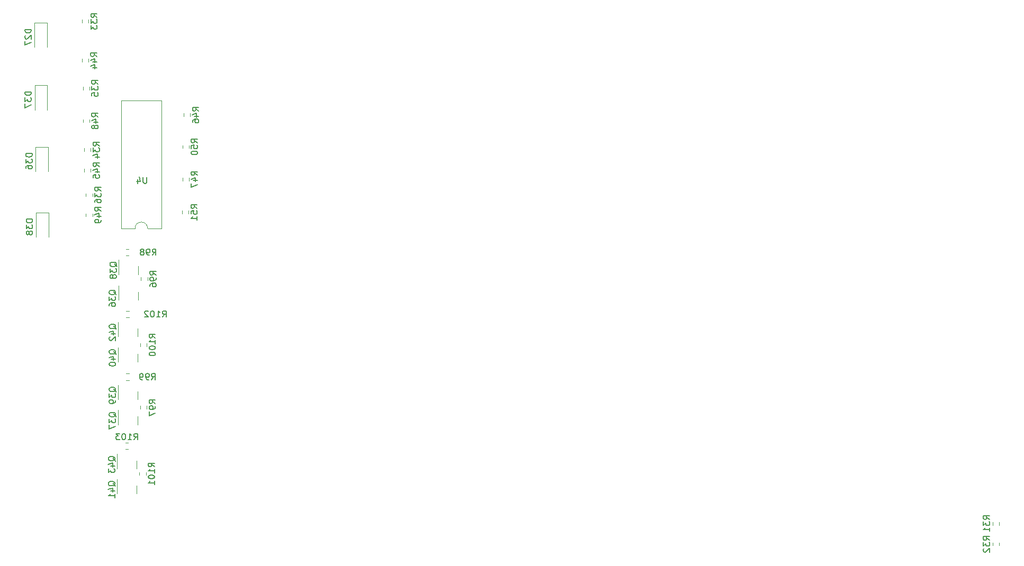
<source format=gbr>
%TF.GenerationSoftware,KiCad,Pcbnew,(6.0.5)*%
%TF.CreationDate,2023-05-15T14:24:38+02:00*%
%TF.ProjectId,stm32_prototyp,73746d33-325f-4707-926f-746f7479702e,rev?*%
%TF.SameCoordinates,Original*%
%TF.FileFunction,Legend,Bot*%
%TF.FilePolarity,Positive*%
%FSLAX46Y46*%
G04 Gerber Fmt 4.6, Leading zero omitted, Abs format (unit mm)*
G04 Created by KiCad (PCBNEW (6.0.5)) date 2023-05-15 14:24:38*
%MOMM*%
%LPD*%
G01*
G04 APERTURE LIST*
%ADD10C,0.150000*%
%ADD11C,0.120000*%
G04 APERTURE END LIST*
D10*
%TO.C,R49*%
X80957380Y-89407142D02*
X80481190Y-89073809D01*
X80957380Y-88835714D02*
X79957380Y-88835714D01*
X79957380Y-89216666D01*
X80005000Y-89311904D01*
X80052619Y-89359523D01*
X80147857Y-89407142D01*
X80290714Y-89407142D01*
X80385952Y-89359523D01*
X80433571Y-89311904D01*
X80481190Y-89216666D01*
X80481190Y-88835714D01*
X80290714Y-90264285D02*
X80957380Y-90264285D01*
X79909761Y-90026190D02*
X80624047Y-89788095D01*
X80624047Y-90407142D01*
X80957380Y-90835714D02*
X80957380Y-91026190D01*
X80909761Y-91121428D01*
X80862142Y-91169047D01*
X80719285Y-91264285D01*
X80528809Y-91311904D01*
X80147857Y-91311904D01*
X80052619Y-91264285D01*
X80005000Y-91216666D01*
X79957380Y-91121428D01*
X79957380Y-90930952D01*
X80005000Y-90835714D01*
X80052619Y-90788095D01*
X80147857Y-90740476D01*
X80385952Y-90740476D01*
X80481190Y-90788095D01*
X80528809Y-90835714D01*
X80576428Y-90930952D01*
X80576428Y-91121428D01*
X80528809Y-91216666D01*
X80481190Y-91264285D01*
X80385952Y-91311904D01*
%TO.C,D36*%
X69927380Y-80185714D02*
X68927380Y-80185714D01*
X68927380Y-80423809D01*
X68975000Y-80566666D01*
X69070238Y-80661904D01*
X69165476Y-80709523D01*
X69355952Y-80757142D01*
X69498809Y-80757142D01*
X69689285Y-80709523D01*
X69784523Y-80661904D01*
X69879761Y-80566666D01*
X69927380Y-80423809D01*
X69927380Y-80185714D01*
X68927380Y-81090476D02*
X68927380Y-81709523D01*
X69308333Y-81376190D01*
X69308333Y-81519047D01*
X69355952Y-81614285D01*
X69403571Y-81661904D01*
X69498809Y-81709523D01*
X69736904Y-81709523D01*
X69832142Y-81661904D01*
X69879761Y-81614285D01*
X69927380Y-81519047D01*
X69927380Y-81233333D01*
X69879761Y-81138095D01*
X69832142Y-81090476D01*
X68927380Y-82566666D02*
X68927380Y-82376190D01*
X68975000Y-82280952D01*
X69022619Y-82233333D01*
X69165476Y-82138095D01*
X69355952Y-82090476D01*
X69736904Y-82090476D01*
X69832142Y-82138095D01*
X69879761Y-82185714D01*
X69927380Y-82280952D01*
X69927380Y-82471428D01*
X69879761Y-82566666D01*
X69832142Y-82614285D01*
X69736904Y-82661904D01*
X69498809Y-82661904D01*
X69403571Y-82614285D01*
X69355952Y-82566666D01*
X69308333Y-82471428D01*
X69308333Y-82280952D01*
X69355952Y-82185714D01*
X69403571Y-82138095D01*
X69498809Y-82090476D01*
%TO.C,Q42*%
X83372619Y-108266071D02*
X83325000Y-108170833D01*
X83229761Y-108075595D01*
X83086904Y-107932738D01*
X83039285Y-107837500D01*
X83039285Y-107742261D01*
X83277380Y-107789880D02*
X83229761Y-107694642D01*
X83134523Y-107599404D01*
X82944047Y-107551785D01*
X82610714Y-107551785D01*
X82420238Y-107599404D01*
X82325000Y-107694642D01*
X82277380Y-107789880D01*
X82277380Y-107980357D01*
X82325000Y-108075595D01*
X82420238Y-108170833D01*
X82610714Y-108218452D01*
X82944047Y-108218452D01*
X83134523Y-108170833D01*
X83229761Y-108075595D01*
X83277380Y-107980357D01*
X83277380Y-107789880D01*
X82610714Y-109075595D02*
X83277380Y-109075595D01*
X82229761Y-108837500D02*
X82944047Y-108599404D01*
X82944047Y-109218452D01*
X82372619Y-109551785D02*
X82325000Y-109599404D01*
X82277380Y-109694642D01*
X82277380Y-109932738D01*
X82325000Y-110027976D01*
X82372619Y-110075595D01*
X82467857Y-110123214D01*
X82563095Y-110123214D01*
X82705952Y-110075595D01*
X83277380Y-109504166D01*
X83277380Y-110123214D01*
%TO.C,R31*%
X223052380Y-138757142D02*
X222576190Y-138423809D01*
X223052380Y-138185714D02*
X222052380Y-138185714D01*
X222052380Y-138566666D01*
X222100000Y-138661904D01*
X222147619Y-138709523D01*
X222242857Y-138757142D01*
X222385714Y-138757142D01*
X222480952Y-138709523D01*
X222528571Y-138661904D01*
X222576190Y-138566666D01*
X222576190Y-138185714D01*
X222052380Y-139090476D02*
X222052380Y-139709523D01*
X222433333Y-139376190D01*
X222433333Y-139519047D01*
X222480952Y-139614285D01*
X222528571Y-139661904D01*
X222623809Y-139709523D01*
X222861904Y-139709523D01*
X222957142Y-139661904D01*
X223004761Y-139614285D01*
X223052380Y-139519047D01*
X223052380Y-139233333D01*
X223004761Y-139138095D01*
X222957142Y-139090476D01*
X223052380Y-140661904D02*
X223052380Y-140090476D01*
X223052380Y-140376190D02*
X222052380Y-140376190D01*
X222195238Y-140280952D01*
X222290476Y-140185714D01*
X222338095Y-140090476D01*
%TO.C,Q43*%
X83237619Y-129416071D02*
X83190000Y-129320833D01*
X83094761Y-129225595D01*
X82951904Y-129082738D01*
X82904285Y-128987500D01*
X82904285Y-128892261D01*
X83142380Y-128939880D02*
X83094761Y-128844642D01*
X82999523Y-128749404D01*
X82809047Y-128701785D01*
X82475714Y-128701785D01*
X82285238Y-128749404D01*
X82190000Y-128844642D01*
X82142380Y-128939880D01*
X82142380Y-129130357D01*
X82190000Y-129225595D01*
X82285238Y-129320833D01*
X82475714Y-129368452D01*
X82809047Y-129368452D01*
X82999523Y-129320833D01*
X83094761Y-129225595D01*
X83142380Y-129130357D01*
X83142380Y-128939880D01*
X82475714Y-130225595D02*
X83142380Y-130225595D01*
X82094761Y-129987500D02*
X82809047Y-129749404D01*
X82809047Y-130368452D01*
X82142380Y-130654166D02*
X82142380Y-131273214D01*
X82523333Y-130939880D01*
X82523333Y-131082738D01*
X82570952Y-131177976D01*
X82618571Y-131225595D01*
X82713809Y-131273214D01*
X82951904Y-131273214D01*
X83047142Y-131225595D01*
X83094761Y-131177976D01*
X83142380Y-131082738D01*
X83142380Y-130797023D01*
X83094761Y-130701785D01*
X83047142Y-130654166D01*
%TO.C,Q41*%
X83237619Y-133413571D02*
X83190000Y-133318333D01*
X83094761Y-133223095D01*
X82951904Y-133080238D01*
X82904285Y-132985000D01*
X82904285Y-132889761D01*
X83142380Y-132937380D02*
X83094761Y-132842142D01*
X82999523Y-132746904D01*
X82809047Y-132699285D01*
X82475714Y-132699285D01*
X82285238Y-132746904D01*
X82190000Y-132842142D01*
X82142380Y-132937380D01*
X82142380Y-133127857D01*
X82190000Y-133223095D01*
X82285238Y-133318333D01*
X82475714Y-133365952D01*
X82809047Y-133365952D01*
X82999523Y-133318333D01*
X83094761Y-133223095D01*
X83142380Y-133127857D01*
X83142380Y-132937380D01*
X82475714Y-134223095D02*
X83142380Y-134223095D01*
X82094761Y-133985000D02*
X82809047Y-133746904D01*
X82809047Y-134365952D01*
X83142380Y-135270714D02*
X83142380Y-134699285D01*
X83142380Y-134985000D02*
X82142380Y-134985000D01*
X82285238Y-134889761D01*
X82380476Y-134794523D01*
X82428095Y-134699285D01*
%TO.C,R34*%
X80682380Y-78957142D02*
X80206190Y-78623809D01*
X80682380Y-78385714D02*
X79682380Y-78385714D01*
X79682380Y-78766666D01*
X79730000Y-78861904D01*
X79777619Y-78909523D01*
X79872857Y-78957142D01*
X80015714Y-78957142D01*
X80110952Y-78909523D01*
X80158571Y-78861904D01*
X80206190Y-78766666D01*
X80206190Y-78385714D01*
X79682380Y-79290476D02*
X79682380Y-79909523D01*
X80063333Y-79576190D01*
X80063333Y-79719047D01*
X80110952Y-79814285D01*
X80158571Y-79861904D01*
X80253809Y-79909523D01*
X80491904Y-79909523D01*
X80587142Y-79861904D01*
X80634761Y-79814285D01*
X80682380Y-79719047D01*
X80682380Y-79433333D01*
X80634761Y-79338095D01*
X80587142Y-79290476D01*
X80015714Y-80766666D02*
X80682380Y-80766666D01*
X79634761Y-80528571D02*
X80349047Y-80290476D01*
X80349047Y-80909523D01*
%TO.C,R103*%
X86209047Y-126022380D02*
X86542380Y-125546190D01*
X86780476Y-126022380D02*
X86780476Y-125022380D01*
X86399523Y-125022380D01*
X86304285Y-125070000D01*
X86256666Y-125117619D01*
X86209047Y-125212857D01*
X86209047Y-125355714D01*
X86256666Y-125450952D01*
X86304285Y-125498571D01*
X86399523Y-125546190D01*
X86780476Y-125546190D01*
X85256666Y-126022380D02*
X85828095Y-126022380D01*
X85542380Y-126022380D02*
X85542380Y-125022380D01*
X85637619Y-125165238D01*
X85732857Y-125260476D01*
X85828095Y-125308095D01*
X84637619Y-125022380D02*
X84542380Y-125022380D01*
X84447142Y-125070000D01*
X84399523Y-125117619D01*
X84351904Y-125212857D01*
X84304285Y-125403333D01*
X84304285Y-125641428D01*
X84351904Y-125831904D01*
X84399523Y-125927142D01*
X84447142Y-125974761D01*
X84542380Y-126022380D01*
X84637619Y-126022380D01*
X84732857Y-125974761D01*
X84780476Y-125927142D01*
X84828095Y-125831904D01*
X84875714Y-125641428D01*
X84875714Y-125403333D01*
X84828095Y-125212857D01*
X84780476Y-125117619D01*
X84732857Y-125070000D01*
X84637619Y-125022380D01*
X83970952Y-125022380D02*
X83351904Y-125022380D01*
X83685238Y-125403333D01*
X83542380Y-125403333D01*
X83447142Y-125450952D01*
X83399523Y-125498571D01*
X83351904Y-125593809D01*
X83351904Y-125831904D01*
X83399523Y-125927142D01*
X83447142Y-125974761D01*
X83542380Y-126022380D01*
X83828095Y-126022380D01*
X83923333Y-125974761D01*
X83970952Y-125927142D01*
%TO.C,R102*%
X90781047Y-106370380D02*
X91114380Y-105894190D01*
X91352476Y-106370380D02*
X91352476Y-105370380D01*
X90971523Y-105370380D01*
X90876285Y-105418000D01*
X90828666Y-105465619D01*
X90781047Y-105560857D01*
X90781047Y-105703714D01*
X90828666Y-105798952D01*
X90876285Y-105846571D01*
X90971523Y-105894190D01*
X91352476Y-105894190D01*
X89828666Y-106370380D02*
X90400095Y-106370380D01*
X90114380Y-106370380D02*
X90114380Y-105370380D01*
X90209619Y-105513238D01*
X90304857Y-105608476D01*
X90400095Y-105656095D01*
X89209619Y-105370380D02*
X89114380Y-105370380D01*
X89019142Y-105418000D01*
X88971523Y-105465619D01*
X88923904Y-105560857D01*
X88876285Y-105751333D01*
X88876285Y-105989428D01*
X88923904Y-106179904D01*
X88971523Y-106275142D01*
X89019142Y-106322761D01*
X89114380Y-106370380D01*
X89209619Y-106370380D01*
X89304857Y-106322761D01*
X89352476Y-106275142D01*
X89400095Y-106179904D01*
X89447714Y-105989428D01*
X89447714Y-105751333D01*
X89400095Y-105560857D01*
X89352476Y-105465619D01*
X89304857Y-105418000D01*
X89209619Y-105370380D01*
X88495333Y-105465619D02*
X88447714Y-105418000D01*
X88352476Y-105370380D01*
X88114380Y-105370380D01*
X88019142Y-105418000D01*
X87971523Y-105465619D01*
X87923904Y-105560857D01*
X87923904Y-105656095D01*
X87971523Y-105798952D01*
X88542952Y-106370380D01*
X87923904Y-106370380D01*
%TO.C,R32*%
X223052380Y-142082142D02*
X222576190Y-141748809D01*
X223052380Y-141510714D02*
X222052380Y-141510714D01*
X222052380Y-141891666D01*
X222100000Y-141986904D01*
X222147619Y-142034523D01*
X222242857Y-142082142D01*
X222385714Y-142082142D01*
X222480952Y-142034523D01*
X222528571Y-141986904D01*
X222576190Y-141891666D01*
X222576190Y-141510714D01*
X222052380Y-142415476D02*
X222052380Y-143034523D01*
X222433333Y-142701190D01*
X222433333Y-142844047D01*
X222480952Y-142939285D01*
X222528571Y-142986904D01*
X222623809Y-143034523D01*
X222861904Y-143034523D01*
X222957142Y-142986904D01*
X223004761Y-142939285D01*
X223052380Y-142844047D01*
X223052380Y-142558333D01*
X223004761Y-142463095D01*
X222957142Y-142415476D01*
X222147619Y-143415476D02*
X222100000Y-143463095D01*
X222052380Y-143558333D01*
X222052380Y-143796428D01*
X222100000Y-143891666D01*
X222147619Y-143939285D01*
X222242857Y-143986904D01*
X222338095Y-143986904D01*
X222480952Y-143939285D01*
X223052380Y-143367857D01*
X223052380Y-143986904D01*
%TO.C,R97*%
X89639380Y-120198142D02*
X89163190Y-119864809D01*
X89639380Y-119626714D02*
X88639380Y-119626714D01*
X88639380Y-120007666D01*
X88687000Y-120102904D01*
X88734619Y-120150523D01*
X88829857Y-120198142D01*
X88972714Y-120198142D01*
X89067952Y-120150523D01*
X89115571Y-120102904D01*
X89163190Y-120007666D01*
X89163190Y-119626714D01*
X89639380Y-120674333D02*
X89639380Y-120864809D01*
X89591761Y-120960047D01*
X89544142Y-121007666D01*
X89401285Y-121102904D01*
X89210809Y-121150523D01*
X88829857Y-121150523D01*
X88734619Y-121102904D01*
X88687000Y-121055285D01*
X88639380Y-120960047D01*
X88639380Y-120769571D01*
X88687000Y-120674333D01*
X88734619Y-120626714D01*
X88829857Y-120579095D01*
X89067952Y-120579095D01*
X89163190Y-120626714D01*
X89210809Y-120674333D01*
X89258428Y-120769571D01*
X89258428Y-120960047D01*
X89210809Y-121055285D01*
X89163190Y-121102904D01*
X89067952Y-121150523D01*
X88639380Y-121483857D02*
X88639380Y-122150523D01*
X89639380Y-121721952D01*
%TO.C,R98*%
X89161857Y-96464380D02*
X89495190Y-95988190D01*
X89733285Y-96464380D02*
X89733285Y-95464380D01*
X89352333Y-95464380D01*
X89257095Y-95512000D01*
X89209476Y-95559619D01*
X89161857Y-95654857D01*
X89161857Y-95797714D01*
X89209476Y-95892952D01*
X89257095Y-95940571D01*
X89352333Y-95988190D01*
X89733285Y-95988190D01*
X88685666Y-96464380D02*
X88495190Y-96464380D01*
X88399952Y-96416761D01*
X88352333Y-96369142D01*
X88257095Y-96226285D01*
X88209476Y-96035809D01*
X88209476Y-95654857D01*
X88257095Y-95559619D01*
X88304714Y-95512000D01*
X88399952Y-95464380D01*
X88590428Y-95464380D01*
X88685666Y-95512000D01*
X88733285Y-95559619D01*
X88780904Y-95654857D01*
X88780904Y-95892952D01*
X88733285Y-95988190D01*
X88685666Y-96035809D01*
X88590428Y-96083428D01*
X88399952Y-96083428D01*
X88304714Y-96035809D01*
X88257095Y-95988190D01*
X88209476Y-95892952D01*
X87638047Y-95892952D02*
X87733285Y-95845333D01*
X87780904Y-95797714D01*
X87828523Y-95702476D01*
X87828523Y-95654857D01*
X87780904Y-95559619D01*
X87733285Y-95512000D01*
X87638047Y-95464380D01*
X87447571Y-95464380D01*
X87352333Y-95512000D01*
X87304714Y-95559619D01*
X87257095Y-95654857D01*
X87257095Y-95702476D01*
X87304714Y-95797714D01*
X87352333Y-95845333D01*
X87447571Y-95892952D01*
X87638047Y-95892952D01*
X87733285Y-95940571D01*
X87780904Y-95988190D01*
X87828523Y-96083428D01*
X87828523Y-96273904D01*
X87780904Y-96369142D01*
X87733285Y-96416761D01*
X87638047Y-96464380D01*
X87447571Y-96464380D01*
X87352333Y-96416761D01*
X87304714Y-96369142D01*
X87257095Y-96273904D01*
X87257095Y-96083428D01*
X87304714Y-95988190D01*
X87352333Y-95940571D01*
X87447571Y-95892952D01*
%TO.C,D38*%
X70002380Y-90710714D02*
X69002380Y-90710714D01*
X69002380Y-90948809D01*
X69050000Y-91091666D01*
X69145238Y-91186904D01*
X69240476Y-91234523D01*
X69430952Y-91282142D01*
X69573809Y-91282142D01*
X69764285Y-91234523D01*
X69859523Y-91186904D01*
X69954761Y-91091666D01*
X70002380Y-90948809D01*
X70002380Y-90710714D01*
X69002380Y-91615476D02*
X69002380Y-92234523D01*
X69383333Y-91901190D01*
X69383333Y-92044047D01*
X69430952Y-92139285D01*
X69478571Y-92186904D01*
X69573809Y-92234523D01*
X69811904Y-92234523D01*
X69907142Y-92186904D01*
X69954761Y-92139285D01*
X70002380Y-92044047D01*
X70002380Y-91758333D01*
X69954761Y-91663095D01*
X69907142Y-91615476D01*
X69430952Y-92805952D02*
X69383333Y-92710714D01*
X69335714Y-92663095D01*
X69240476Y-92615476D01*
X69192857Y-92615476D01*
X69097619Y-92663095D01*
X69050000Y-92710714D01*
X69002380Y-92805952D01*
X69002380Y-92996428D01*
X69050000Y-93091666D01*
X69097619Y-93139285D01*
X69192857Y-93186904D01*
X69240476Y-93186904D01*
X69335714Y-93139285D01*
X69383333Y-93091666D01*
X69430952Y-92996428D01*
X69430952Y-92805952D01*
X69478571Y-92710714D01*
X69526190Y-92663095D01*
X69621428Y-92615476D01*
X69811904Y-92615476D01*
X69907142Y-92663095D01*
X69954761Y-92710714D01*
X70002380Y-92805952D01*
X70002380Y-92996428D01*
X69954761Y-93091666D01*
X69907142Y-93139285D01*
X69811904Y-93186904D01*
X69621428Y-93186904D01*
X69526190Y-93139285D01*
X69478571Y-93091666D01*
X69430952Y-92996428D01*
%TO.C,R100*%
X89639380Y-109688952D02*
X89163190Y-109355619D01*
X89639380Y-109117523D02*
X88639380Y-109117523D01*
X88639380Y-109498476D01*
X88687000Y-109593714D01*
X88734619Y-109641333D01*
X88829857Y-109688952D01*
X88972714Y-109688952D01*
X89067952Y-109641333D01*
X89115571Y-109593714D01*
X89163190Y-109498476D01*
X89163190Y-109117523D01*
X89639380Y-110641333D02*
X89639380Y-110069904D01*
X89639380Y-110355619D02*
X88639380Y-110355619D01*
X88782238Y-110260380D01*
X88877476Y-110165142D01*
X88925095Y-110069904D01*
X88639380Y-111260380D02*
X88639380Y-111355619D01*
X88687000Y-111450857D01*
X88734619Y-111498476D01*
X88829857Y-111546095D01*
X89020333Y-111593714D01*
X89258428Y-111593714D01*
X89448904Y-111546095D01*
X89544142Y-111498476D01*
X89591761Y-111450857D01*
X89639380Y-111355619D01*
X89639380Y-111260380D01*
X89591761Y-111165142D01*
X89544142Y-111117523D01*
X89448904Y-111069904D01*
X89258428Y-111022285D01*
X89020333Y-111022285D01*
X88829857Y-111069904D01*
X88734619Y-111117523D01*
X88687000Y-111165142D01*
X88639380Y-111260380D01*
X88639380Y-112212761D02*
X88639380Y-112308000D01*
X88687000Y-112403238D01*
X88734619Y-112450857D01*
X88829857Y-112498476D01*
X89020333Y-112546095D01*
X89258428Y-112546095D01*
X89448904Y-112498476D01*
X89544142Y-112450857D01*
X89591761Y-112403238D01*
X89639380Y-112308000D01*
X89639380Y-112212761D01*
X89591761Y-112117523D01*
X89544142Y-112069904D01*
X89448904Y-112022285D01*
X89258428Y-111974666D01*
X89020333Y-111974666D01*
X88829857Y-112022285D01*
X88734619Y-112069904D01*
X88687000Y-112117523D01*
X88639380Y-112212761D01*
%TO.C,R46*%
X96582380Y-73382142D02*
X96106190Y-73048809D01*
X96582380Y-72810714D02*
X95582380Y-72810714D01*
X95582380Y-73191666D01*
X95630000Y-73286904D01*
X95677619Y-73334523D01*
X95772857Y-73382142D01*
X95915714Y-73382142D01*
X96010952Y-73334523D01*
X96058571Y-73286904D01*
X96106190Y-73191666D01*
X96106190Y-72810714D01*
X95915714Y-74239285D02*
X96582380Y-74239285D01*
X95534761Y-74001190D02*
X96249047Y-73763095D01*
X96249047Y-74382142D01*
X95582380Y-75191666D02*
X95582380Y-75001190D01*
X95630000Y-74905952D01*
X95677619Y-74858333D01*
X95820476Y-74763095D01*
X96010952Y-74715476D01*
X96391904Y-74715476D01*
X96487142Y-74763095D01*
X96534761Y-74810714D01*
X96582380Y-74905952D01*
X96582380Y-75096428D01*
X96534761Y-75191666D01*
X96487142Y-75239285D01*
X96391904Y-75286904D01*
X96153809Y-75286904D01*
X96058571Y-75239285D01*
X96010952Y-75191666D01*
X95963333Y-75096428D01*
X95963333Y-74905952D01*
X96010952Y-74810714D01*
X96058571Y-74763095D01*
X96153809Y-74715476D01*
%TO.C,R47*%
X96382380Y-83682142D02*
X95906190Y-83348809D01*
X96382380Y-83110714D02*
X95382380Y-83110714D01*
X95382380Y-83491666D01*
X95430000Y-83586904D01*
X95477619Y-83634523D01*
X95572857Y-83682142D01*
X95715714Y-83682142D01*
X95810952Y-83634523D01*
X95858571Y-83586904D01*
X95906190Y-83491666D01*
X95906190Y-83110714D01*
X95715714Y-84539285D02*
X96382380Y-84539285D01*
X95334761Y-84301190D02*
X96049047Y-84063095D01*
X96049047Y-84682142D01*
X95382380Y-84967857D02*
X95382380Y-85634523D01*
X96382380Y-85205952D01*
%TO.C,R50*%
X96382380Y-78482142D02*
X95906190Y-78148809D01*
X96382380Y-77910714D02*
X95382380Y-77910714D01*
X95382380Y-78291666D01*
X95430000Y-78386904D01*
X95477619Y-78434523D01*
X95572857Y-78482142D01*
X95715714Y-78482142D01*
X95810952Y-78434523D01*
X95858571Y-78386904D01*
X95906190Y-78291666D01*
X95906190Y-77910714D01*
X95382380Y-79386904D02*
X95382380Y-78910714D01*
X95858571Y-78863095D01*
X95810952Y-78910714D01*
X95763333Y-79005952D01*
X95763333Y-79244047D01*
X95810952Y-79339285D01*
X95858571Y-79386904D01*
X95953809Y-79434523D01*
X96191904Y-79434523D01*
X96287142Y-79386904D01*
X96334761Y-79339285D01*
X96382380Y-79244047D01*
X96382380Y-79005952D01*
X96334761Y-78910714D01*
X96287142Y-78863095D01*
X95382380Y-80053571D02*
X95382380Y-80148809D01*
X95430000Y-80244047D01*
X95477619Y-80291666D01*
X95572857Y-80339285D01*
X95763333Y-80386904D01*
X96001428Y-80386904D01*
X96191904Y-80339285D01*
X96287142Y-80291666D01*
X96334761Y-80244047D01*
X96382380Y-80148809D01*
X96382380Y-80053571D01*
X96334761Y-79958333D01*
X96287142Y-79910714D01*
X96191904Y-79863095D01*
X96001428Y-79815476D01*
X95763333Y-79815476D01*
X95572857Y-79863095D01*
X95477619Y-79910714D01*
X95430000Y-79958333D01*
X95382380Y-80053571D01*
%TO.C,R96*%
X89766380Y-99624142D02*
X89290190Y-99290809D01*
X89766380Y-99052714D02*
X88766380Y-99052714D01*
X88766380Y-99433666D01*
X88814000Y-99528904D01*
X88861619Y-99576523D01*
X88956857Y-99624142D01*
X89099714Y-99624142D01*
X89194952Y-99576523D01*
X89242571Y-99528904D01*
X89290190Y-99433666D01*
X89290190Y-99052714D01*
X89766380Y-100100333D02*
X89766380Y-100290809D01*
X89718761Y-100386047D01*
X89671142Y-100433666D01*
X89528285Y-100528904D01*
X89337809Y-100576523D01*
X88956857Y-100576523D01*
X88861619Y-100528904D01*
X88814000Y-100481285D01*
X88766380Y-100386047D01*
X88766380Y-100195571D01*
X88814000Y-100100333D01*
X88861619Y-100052714D01*
X88956857Y-100005095D01*
X89194952Y-100005095D01*
X89290190Y-100052714D01*
X89337809Y-100100333D01*
X89385428Y-100195571D01*
X89385428Y-100386047D01*
X89337809Y-100481285D01*
X89290190Y-100528904D01*
X89194952Y-100576523D01*
X88766380Y-101433666D02*
X88766380Y-101243190D01*
X88814000Y-101147952D01*
X88861619Y-101100333D01*
X89004476Y-101005095D01*
X89194952Y-100957476D01*
X89575904Y-100957476D01*
X89671142Y-101005095D01*
X89718761Y-101052714D01*
X89766380Y-101147952D01*
X89766380Y-101338428D01*
X89718761Y-101433666D01*
X89671142Y-101481285D01*
X89575904Y-101528904D01*
X89337809Y-101528904D01*
X89242571Y-101481285D01*
X89194952Y-101433666D01*
X89147333Y-101338428D01*
X89147333Y-101147952D01*
X89194952Y-101052714D01*
X89242571Y-101005095D01*
X89337809Y-100957476D01*
%TO.C,R35*%
X80482380Y-69107142D02*
X80006190Y-68773809D01*
X80482380Y-68535714D02*
X79482380Y-68535714D01*
X79482380Y-68916666D01*
X79530000Y-69011904D01*
X79577619Y-69059523D01*
X79672857Y-69107142D01*
X79815714Y-69107142D01*
X79910952Y-69059523D01*
X79958571Y-69011904D01*
X80006190Y-68916666D01*
X80006190Y-68535714D01*
X79482380Y-69440476D02*
X79482380Y-70059523D01*
X79863333Y-69726190D01*
X79863333Y-69869047D01*
X79910952Y-69964285D01*
X79958571Y-70011904D01*
X80053809Y-70059523D01*
X80291904Y-70059523D01*
X80387142Y-70011904D01*
X80434761Y-69964285D01*
X80482380Y-69869047D01*
X80482380Y-69583333D01*
X80434761Y-69488095D01*
X80387142Y-69440476D01*
X79482380Y-70964285D02*
X79482380Y-70488095D01*
X79958571Y-70440476D01*
X79910952Y-70488095D01*
X79863333Y-70583333D01*
X79863333Y-70821428D01*
X79910952Y-70916666D01*
X79958571Y-70964285D01*
X80053809Y-71011904D01*
X80291904Y-71011904D01*
X80387142Y-70964285D01*
X80434761Y-70916666D01*
X80482380Y-70821428D01*
X80482380Y-70583333D01*
X80434761Y-70488095D01*
X80387142Y-70440476D01*
%TO.C,Q38*%
X83491619Y-98313071D02*
X83444000Y-98217833D01*
X83348761Y-98122595D01*
X83205904Y-97979738D01*
X83158285Y-97884500D01*
X83158285Y-97789261D01*
X83396380Y-97836880D02*
X83348761Y-97741642D01*
X83253523Y-97646404D01*
X83063047Y-97598785D01*
X82729714Y-97598785D01*
X82539238Y-97646404D01*
X82444000Y-97741642D01*
X82396380Y-97836880D01*
X82396380Y-98027357D01*
X82444000Y-98122595D01*
X82539238Y-98217833D01*
X82729714Y-98265452D01*
X83063047Y-98265452D01*
X83253523Y-98217833D01*
X83348761Y-98122595D01*
X83396380Y-98027357D01*
X83396380Y-97836880D01*
X82396380Y-98598785D02*
X82396380Y-99217833D01*
X82777333Y-98884500D01*
X82777333Y-99027357D01*
X82824952Y-99122595D01*
X82872571Y-99170214D01*
X82967809Y-99217833D01*
X83205904Y-99217833D01*
X83301142Y-99170214D01*
X83348761Y-99122595D01*
X83396380Y-99027357D01*
X83396380Y-98741642D01*
X83348761Y-98646404D01*
X83301142Y-98598785D01*
X82824952Y-99789261D02*
X82777333Y-99694023D01*
X82729714Y-99646404D01*
X82634476Y-99598785D01*
X82586857Y-99598785D01*
X82491619Y-99646404D01*
X82444000Y-99694023D01*
X82396380Y-99789261D01*
X82396380Y-99979738D01*
X82444000Y-100074976D01*
X82491619Y-100122595D01*
X82586857Y-100170214D01*
X82634476Y-100170214D01*
X82729714Y-100122595D01*
X82777333Y-100074976D01*
X82824952Y-99979738D01*
X82824952Y-99789261D01*
X82872571Y-99694023D01*
X82920190Y-99646404D01*
X83015428Y-99598785D01*
X83205904Y-99598785D01*
X83301142Y-99646404D01*
X83348761Y-99694023D01*
X83396380Y-99789261D01*
X83396380Y-99979738D01*
X83348761Y-100074976D01*
X83301142Y-100122595D01*
X83205904Y-100170214D01*
X83015428Y-100170214D01*
X82920190Y-100122595D01*
X82872571Y-100074976D01*
X82824952Y-99979738D01*
%TO.C,Q40*%
X83364619Y-112331571D02*
X83317000Y-112236333D01*
X83221761Y-112141095D01*
X83078904Y-111998238D01*
X83031285Y-111903000D01*
X83031285Y-111807761D01*
X83269380Y-111855380D02*
X83221761Y-111760142D01*
X83126523Y-111664904D01*
X82936047Y-111617285D01*
X82602714Y-111617285D01*
X82412238Y-111664904D01*
X82317000Y-111760142D01*
X82269380Y-111855380D01*
X82269380Y-112045857D01*
X82317000Y-112141095D01*
X82412238Y-112236333D01*
X82602714Y-112283952D01*
X82936047Y-112283952D01*
X83126523Y-112236333D01*
X83221761Y-112141095D01*
X83269380Y-112045857D01*
X83269380Y-111855380D01*
X82602714Y-113141095D02*
X83269380Y-113141095D01*
X82221761Y-112903000D02*
X82936047Y-112664904D01*
X82936047Y-113283952D01*
X82269380Y-113855380D02*
X82269380Y-113950619D01*
X82317000Y-114045857D01*
X82364619Y-114093476D01*
X82459857Y-114141095D01*
X82650333Y-114188714D01*
X82888428Y-114188714D01*
X83078904Y-114141095D01*
X83174142Y-114093476D01*
X83221761Y-114045857D01*
X83269380Y-113950619D01*
X83269380Y-113855380D01*
X83221761Y-113760142D01*
X83174142Y-113712523D01*
X83078904Y-113664904D01*
X82888428Y-113617285D01*
X82650333Y-113617285D01*
X82459857Y-113664904D01*
X82364619Y-113712523D01*
X82317000Y-113760142D01*
X82269380Y-113855380D01*
%TO.C,R51*%
X96327380Y-88957142D02*
X95851190Y-88623809D01*
X96327380Y-88385714D02*
X95327380Y-88385714D01*
X95327380Y-88766666D01*
X95375000Y-88861904D01*
X95422619Y-88909523D01*
X95517857Y-88957142D01*
X95660714Y-88957142D01*
X95755952Y-88909523D01*
X95803571Y-88861904D01*
X95851190Y-88766666D01*
X95851190Y-88385714D01*
X95327380Y-89861904D02*
X95327380Y-89385714D01*
X95803571Y-89338095D01*
X95755952Y-89385714D01*
X95708333Y-89480952D01*
X95708333Y-89719047D01*
X95755952Y-89814285D01*
X95803571Y-89861904D01*
X95898809Y-89909523D01*
X96136904Y-89909523D01*
X96232142Y-89861904D01*
X96279761Y-89814285D01*
X96327380Y-89719047D01*
X96327380Y-89480952D01*
X96279761Y-89385714D01*
X96232142Y-89338095D01*
X96327380Y-90861904D02*
X96327380Y-90290476D01*
X96327380Y-90576190D02*
X95327380Y-90576190D01*
X95470238Y-90480952D01*
X95565476Y-90385714D01*
X95613095Y-90290476D01*
%TO.C,Q36*%
X83351619Y-102806571D02*
X83304000Y-102711333D01*
X83208761Y-102616095D01*
X83065904Y-102473238D01*
X83018285Y-102378000D01*
X83018285Y-102282761D01*
X83256380Y-102330380D02*
X83208761Y-102235142D01*
X83113523Y-102139904D01*
X82923047Y-102092285D01*
X82589714Y-102092285D01*
X82399238Y-102139904D01*
X82304000Y-102235142D01*
X82256380Y-102330380D01*
X82256380Y-102520857D01*
X82304000Y-102616095D01*
X82399238Y-102711333D01*
X82589714Y-102758952D01*
X82923047Y-102758952D01*
X83113523Y-102711333D01*
X83208761Y-102616095D01*
X83256380Y-102520857D01*
X83256380Y-102330380D01*
X82256380Y-103092285D02*
X82256380Y-103711333D01*
X82637333Y-103378000D01*
X82637333Y-103520857D01*
X82684952Y-103616095D01*
X82732571Y-103663714D01*
X82827809Y-103711333D01*
X83065904Y-103711333D01*
X83161142Y-103663714D01*
X83208761Y-103616095D01*
X83256380Y-103520857D01*
X83256380Y-103235142D01*
X83208761Y-103139904D01*
X83161142Y-103092285D01*
X82256380Y-104568476D02*
X82256380Y-104378000D01*
X82304000Y-104282761D01*
X82351619Y-104235142D01*
X82494476Y-104139904D01*
X82684952Y-104092285D01*
X83065904Y-104092285D01*
X83161142Y-104139904D01*
X83208761Y-104187523D01*
X83256380Y-104282761D01*
X83256380Y-104473238D01*
X83208761Y-104568476D01*
X83161142Y-104616095D01*
X83065904Y-104663714D01*
X82827809Y-104663714D01*
X82732571Y-104616095D01*
X82684952Y-104568476D01*
X82637333Y-104473238D01*
X82637333Y-104282761D01*
X82684952Y-104187523D01*
X82732571Y-104139904D01*
X82827809Y-104092285D01*
%TO.C,R44*%
X80307380Y-64657142D02*
X79831190Y-64323809D01*
X80307380Y-64085714D02*
X79307380Y-64085714D01*
X79307380Y-64466666D01*
X79355000Y-64561904D01*
X79402619Y-64609523D01*
X79497857Y-64657142D01*
X79640714Y-64657142D01*
X79735952Y-64609523D01*
X79783571Y-64561904D01*
X79831190Y-64466666D01*
X79831190Y-64085714D01*
X79640714Y-65514285D02*
X80307380Y-65514285D01*
X79259761Y-65276190D02*
X79974047Y-65038095D01*
X79974047Y-65657142D01*
X79640714Y-66466666D02*
X80307380Y-66466666D01*
X79259761Y-66228571D02*
X79974047Y-65990476D01*
X79974047Y-66609523D01*
%TO.C,R33*%
X80332380Y-58382142D02*
X79856190Y-58048809D01*
X80332380Y-57810714D02*
X79332380Y-57810714D01*
X79332380Y-58191666D01*
X79380000Y-58286904D01*
X79427619Y-58334523D01*
X79522857Y-58382142D01*
X79665714Y-58382142D01*
X79760952Y-58334523D01*
X79808571Y-58286904D01*
X79856190Y-58191666D01*
X79856190Y-57810714D01*
X79332380Y-58715476D02*
X79332380Y-59334523D01*
X79713333Y-59001190D01*
X79713333Y-59144047D01*
X79760952Y-59239285D01*
X79808571Y-59286904D01*
X79903809Y-59334523D01*
X80141904Y-59334523D01*
X80237142Y-59286904D01*
X80284761Y-59239285D01*
X80332380Y-59144047D01*
X80332380Y-58858333D01*
X80284761Y-58763095D01*
X80237142Y-58715476D01*
X79332380Y-59667857D02*
X79332380Y-60286904D01*
X79713333Y-59953571D01*
X79713333Y-60096428D01*
X79760952Y-60191666D01*
X79808571Y-60239285D01*
X79903809Y-60286904D01*
X80141904Y-60286904D01*
X80237142Y-60239285D01*
X80284761Y-60191666D01*
X80332380Y-60096428D01*
X80332380Y-59810714D01*
X80284761Y-59715476D01*
X80237142Y-59667857D01*
%TO.C,D27*%
X69777380Y-60335714D02*
X68777380Y-60335714D01*
X68777380Y-60573809D01*
X68825000Y-60716666D01*
X68920238Y-60811904D01*
X69015476Y-60859523D01*
X69205952Y-60907142D01*
X69348809Y-60907142D01*
X69539285Y-60859523D01*
X69634523Y-60811904D01*
X69729761Y-60716666D01*
X69777380Y-60573809D01*
X69777380Y-60335714D01*
X68872619Y-61288095D02*
X68825000Y-61335714D01*
X68777380Y-61430952D01*
X68777380Y-61669047D01*
X68825000Y-61764285D01*
X68872619Y-61811904D01*
X68967857Y-61859523D01*
X69063095Y-61859523D01*
X69205952Y-61811904D01*
X69777380Y-61240476D01*
X69777380Y-61859523D01*
X68777380Y-62192857D02*
X68777380Y-62859523D01*
X69777380Y-62430952D01*
%TO.C,Q39*%
X83364619Y-118341071D02*
X83317000Y-118245833D01*
X83221761Y-118150595D01*
X83078904Y-118007738D01*
X83031285Y-117912500D01*
X83031285Y-117817261D01*
X83269380Y-117864880D02*
X83221761Y-117769642D01*
X83126523Y-117674404D01*
X82936047Y-117626785D01*
X82602714Y-117626785D01*
X82412238Y-117674404D01*
X82317000Y-117769642D01*
X82269380Y-117864880D01*
X82269380Y-118055357D01*
X82317000Y-118150595D01*
X82412238Y-118245833D01*
X82602714Y-118293452D01*
X82936047Y-118293452D01*
X83126523Y-118245833D01*
X83221761Y-118150595D01*
X83269380Y-118055357D01*
X83269380Y-117864880D01*
X82269380Y-118626785D02*
X82269380Y-119245833D01*
X82650333Y-118912500D01*
X82650333Y-119055357D01*
X82697952Y-119150595D01*
X82745571Y-119198214D01*
X82840809Y-119245833D01*
X83078904Y-119245833D01*
X83174142Y-119198214D01*
X83221761Y-119150595D01*
X83269380Y-119055357D01*
X83269380Y-118769642D01*
X83221761Y-118674404D01*
X83174142Y-118626785D01*
X83269380Y-119722023D02*
X83269380Y-119912500D01*
X83221761Y-120007738D01*
X83174142Y-120055357D01*
X83031285Y-120150595D01*
X82840809Y-120198214D01*
X82459857Y-120198214D01*
X82364619Y-120150595D01*
X82317000Y-120102976D01*
X82269380Y-120007738D01*
X82269380Y-119817261D01*
X82317000Y-119722023D01*
X82364619Y-119674404D01*
X82459857Y-119626785D01*
X82697952Y-119626785D01*
X82793190Y-119674404D01*
X82840809Y-119722023D01*
X82888428Y-119817261D01*
X82888428Y-120007738D01*
X82840809Y-120102976D01*
X82793190Y-120150595D01*
X82697952Y-120198214D01*
%TO.C,R101*%
X89512380Y-130325952D02*
X89036190Y-129992619D01*
X89512380Y-129754523D02*
X88512380Y-129754523D01*
X88512380Y-130135476D01*
X88560000Y-130230714D01*
X88607619Y-130278333D01*
X88702857Y-130325952D01*
X88845714Y-130325952D01*
X88940952Y-130278333D01*
X88988571Y-130230714D01*
X89036190Y-130135476D01*
X89036190Y-129754523D01*
X89512380Y-131278333D02*
X89512380Y-130706904D01*
X89512380Y-130992619D02*
X88512380Y-130992619D01*
X88655238Y-130897380D01*
X88750476Y-130802142D01*
X88798095Y-130706904D01*
X88512380Y-131897380D02*
X88512380Y-131992619D01*
X88560000Y-132087857D01*
X88607619Y-132135476D01*
X88702857Y-132183095D01*
X88893333Y-132230714D01*
X89131428Y-132230714D01*
X89321904Y-132183095D01*
X89417142Y-132135476D01*
X89464761Y-132087857D01*
X89512380Y-131992619D01*
X89512380Y-131897380D01*
X89464761Y-131802142D01*
X89417142Y-131754523D01*
X89321904Y-131706904D01*
X89131428Y-131659285D01*
X88893333Y-131659285D01*
X88702857Y-131706904D01*
X88607619Y-131754523D01*
X88560000Y-131802142D01*
X88512380Y-131897380D01*
X89512380Y-133183095D02*
X89512380Y-132611666D01*
X89512380Y-132897380D02*
X88512380Y-132897380D01*
X88655238Y-132802142D01*
X88750476Y-132706904D01*
X88798095Y-132611666D01*
%TO.C,Q37*%
X83364619Y-122364571D02*
X83317000Y-122269333D01*
X83221761Y-122174095D01*
X83078904Y-122031238D01*
X83031285Y-121936000D01*
X83031285Y-121840761D01*
X83269380Y-121888380D02*
X83221761Y-121793142D01*
X83126523Y-121697904D01*
X82936047Y-121650285D01*
X82602714Y-121650285D01*
X82412238Y-121697904D01*
X82317000Y-121793142D01*
X82269380Y-121888380D01*
X82269380Y-122078857D01*
X82317000Y-122174095D01*
X82412238Y-122269333D01*
X82602714Y-122316952D01*
X82936047Y-122316952D01*
X83126523Y-122269333D01*
X83221761Y-122174095D01*
X83269380Y-122078857D01*
X83269380Y-121888380D01*
X82269380Y-122650285D02*
X82269380Y-123269333D01*
X82650333Y-122936000D01*
X82650333Y-123078857D01*
X82697952Y-123174095D01*
X82745571Y-123221714D01*
X82840809Y-123269333D01*
X83078904Y-123269333D01*
X83174142Y-123221714D01*
X83221761Y-123174095D01*
X83269380Y-123078857D01*
X83269380Y-122793142D01*
X83221761Y-122697904D01*
X83174142Y-122650285D01*
X82269380Y-123602666D02*
X82269380Y-124269333D01*
X83269380Y-123840761D01*
%TO.C,D37*%
X69802380Y-70335714D02*
X68802380Y-70335714D01*
X68802380Y-70573809D01*
X68850000Y-70716666D01*
X68945238Y-70811904D01*
X69040476Y-70859523D01*
X69230952Y-70907142D01*
X69373809Y-70907142D01*
X69564285Y-70859523D01*
X69659523Y-70811904D01*
X69754761Y-70716666D01*
X69802380Y-70573809D01*
X69802380Y-70335714D01*
X68802380Y-71240476D02*
X68802380Y-71859523D01*
X69183333Y-71526190D01*
X69183333Y-71669047D01*
X69230952Y-71764285D01*
X69278571Y-71811904D01*
X69373809Y-71859523D01*
X69611904Y-71859523D01*
X69707142Y-71811904D01*
X69754761Y-71764285D01*
X69802380Y-71669047D01*
X69802380Y-71383333D01*
X69754761Y-71288095D01*
X69707142Y-71240476D01*
X68802380Y-72192857D02*
X68802380Y-72859523D01*
X69802380Y-72430952D01*
%TO.C,R48*%
X80482380Y-74332142D02*
X80006190Y-73998809D01*
X80482380Y-73760714D02*
X79482380Y-73760714D01*
X79482380Y-74141666D01*
X79530000Y-74236904D01*
X79577619Y-74284523D01*
X79672857Y-74332142D01*
X79815714Y-74332142D01*
X79910952Y-74284523D01*
X79958571Y-74236904D01*
X80006190Y-74141666D01*
X80006190Y-73760714D01*
X79815714Y-75189285D02*
X80482380Y-75189285D01*
X79434761Y-74951190D02*
X80149047Y-74713095D01*
X80149047Y-75332142D01*
X79910952Y-75855952D02*
X79863333Y-75760714D01*
X79815714Y-75713095D01*
X79720476Y-75665476D01*
X79672857Y-75665476D01*
X79577619Y-75713095D01*
X79530000Y-75760714D01*
X79482380Y-75855952D01*
X79482380Y-76046428D01*
X79530000Y-76141666D01*
X79577619Y-76189285D01*
X79672857Y-76236904D01*
X79720476Y-76236904D01*
X79815714Y-76189285D01*
X79863333Y-76141666D01*
X79910952Y-76046428D01*
X79910952Y-75855952D01*
X79958571Y-75760714D01*
X80006190Y-75713095D01*
X80101428Y-75665476D01*
X80291904Y-75665476D01*
X80387142Y-75713095D01*
X80434761Y-75760714D01*
X80482380Y-75855952D01*
X80482380Y-76046428D01*
X80434761Y-76141666D01*
X80387142Y-76189285D01*
X80291904Y-76236904D01*
X80101428Y-76236904D01*
X80006190Y-76189285D01*
X79958571Y-76141666D01*
X79910952Y-76046428D01*
%TO.C,R99*%
X89034857Y-116403380D02*
X89368190Y-115927190D01*
X89606285Y-116403380D02*
X89606285Y-115403380D01*
X89225333Y-115403380D01*
X89130095Y-115451000D01*
X89082476Y-115498619D01*
X89034857Y-115593857D01*
X89034857Y-115736714D01*
X89082476Y-115831952D01*
X89130095Y-115879571D01*
X89225333Y-115927190D01*
X89606285Y-115927190D01*
X88558666Y-116403380D02*
X88368190Y-116403380D01*
X88272952Y-116355761D01*
X88225333Y-116308142D01*
X88130095Y-116165285D01*
X88082476Y-115974809D01*
X88082476Y-115593857D01*
X88130095Y-115498619D01*
X88177714Y-115451000D01*
X88272952Y-115403380D01*
X88463428Y-115403380D01*
X88558666Y-115451000D01*
X88606285Y-115498619D01*
X88653904Y-115593857D01*
X88653904Y-115831952D01*
X88606285Y-115927190D01*
X88558666Y-115974809D01*
X88463428Y-116022428D01*
X88272952Y-116022428D01*
X88177714Y-115974809D01*
X88130095Y-115927190D01*
X88082476Y-115831952D01*
X87606285Y-116403380D02*
X87415809Y-116403380D01*
X87320571Y-116355761D01*
X87272952Y-116308142D01*
X87177714Y-116165285D01*
X87130095Y-115974809D01*
X87130095Y-115593857D01*
X87177714Y-115498619D01*
X87225333Y-115451000D01*
X87320571Y-115403380D01*
X87511047Y-115403380D01*
X87606285Y-115451000D01*
X87653904Y-115498619D01*
X87701523Y-115593857D01*
X87701523Y-115831952D01*
X87653904Y-115927190D01*
X87606285Y-115974809D01*
X87511047Y-116022428D01*
X87320571Y-116022428D01*
X87225333Y-115974809D01*
X87177714Y-115927190D01*
X87130095Y-115831952D01*
%TO.C,U4*%
X88273704Y-83967780D02*
X88273704Y-84777304D01*
X88226085Y-84872542D01*
X88178466Y-84920161D01*
X88083228Y-84967780D01*
X87892752Y-84967780D01*
X87797514Y-84920161D01*
X87749895Y-84872542D01*
X87702276Y-84777304D01*
X87702276Y-83967780D01*
X86797514Y-84301114D02*
X86797514Y-84967780D01*
X87035609Y-83920161D02*
X87273704Y-84634447D01*
X86654657Y-84634447D01*
%TO.C,R45*%
X80682380Y-82257142D02*
X80206190Y-81923809D01*
X80682380Y-81685714D02*
X79682380Y-81685714D01*
X79682380Y-82066666D01*
X79730000Y-82161904D01*
X79777619Y-82209523D01*
X79872857Y-82257142D01*
X80015714Y-82257142D01*
X80110952Y-82209523D01*
X80158571Y-82161904D01*
X80206190Y-82066666D01*
X80206190Y-81685714D01*
X80015714Y-83114285D02*
X80682380Y-83114285D01*
X79634761Y-82876190D02*
X80349047Y-82638095D01*
X80349047Y-83257142D01*
X79682380Y-84114285D02*
X79682380Y-83638095D01*
X80158571Y-83590476D01*
X80110952Y-83638095D01*
X80063333Y-83733333D01*
X80063333Y-83971428D01*
X80110952Y-84066666D01*
X80158571Y-84114285D01*
X80253809Y-84161904D01*
X80491904Y-84161904D01*
X80587142Y-84114285D01*
X80634761Y-84066666D01*
X80682380Y-83971428D01*
X80682380Y-83733333D01*
X80634761Y-83638095D01*
X80587142Y-83590476D01*
%TO.C,R36*%
X80957380Y-86182142D02*
X80481190Y-85848809D01*
X80957380Y-85610714D02*
X79957380Y-85610714D01*
X79957380Y-85991666D01*
X80005000Y-86086904D01*
X80052619Y-86134523D01*
X80147857Y-86182142D01*
X80290714Y-86182142D01*
X80385952Y-86134523D01*
X80433571Y-86086904D01*
X80481190Y-85991666D01*
X80481190Y-85610714D01*
X79957380Y-86515476D02*
X79957380Y-87134523D01*
X80338333Y-86801190D01*
X80338333Y-86944047D01*
X80385952Y-87039285D01*
X80433571Y-87086904D01*
X80528809Y-87134523D01*
X80766904Y-87134523D01*
X80862142Y-87086904D01*
X80909761Y-87039285D01*
X80957380Y-86944047D01*
X80957380Y-86658333D01*
X80909761Y-86563095D01*
X80862142Y-86515476D01*
X79957380Y-87991666D02*
X79957380Y-87801190D01*
X80005000Y-87705952D01*
X80052619Y-87658333D01*
X80195476Y-87563095D01*
X80385952Y-87515476D01*
X80766904Y-87515476D01*
X80862142Y-87563095D01*
X80909761Y-87610714D01*
X80957380Y-87705952D01*
X80957380Y-87896428D01*
X80909761Y-87991666D01*
X80862142Y-88039285D01*
X80766904Y-88086904D01*
X80528809Y-88086904D01*
X80433571Y-88039285D01*
X80385952Y-87991666D01*
X80338333Y-87896428D01*
X80338333Y-87705952D01*
X80385952Y-87610714D01*
X80433571Y-87563095D01*
X80528809Y-87515476D01*
D11*
%TO.C,R49*%
X78552500Y-90287258D02*
X78552500Y-89812742D01*
X79597500Y-90287258D02*
X79597500Y-89812742D01*
%TO.C,D36*%
X70475000Y-79150000D02*
X72475000Y-79150000D01*
X70475000Y-79150000D02*
X70475000Y-83050000D01*
X72475000Y-79150000D02*
X72475000Y-83050000D01*
%TO.C,Q42*%
X86785000Y-108837500D02*
X86785000Y-109487500D01*
X83665000Y-108837500D02*
X83665000Y-107162500D01*
X86785000Y-108837500D02*
X86785000Y-108187500D01*
X83665000Y-108837500D02*
X83665000Y-109487500D01*
%TO.C,R31*%
X224601300Y-139696458D02*
X224601300Y-139221942D01*
X223556300Y-139696458D02*
X223556300Y-139221942D01*
%TO.C,Q43*%
X83530000Y-129987500D02*
X83530000Y-128312500D01*
X83530000Y-129987500D02*
X83530000Y-130637500D01*
X86650000Y-129987500D02*
X86650000Y-130637500D01*
X86650000Y-129987500D02*
X86650000Y-129337500D01*
%TO.C,Q41*%
X86650000Y-133985000D02*
X86650000Y-133335000D01*
X83530000Y-133985000D02*
X83530000Y-134635000D01*
X86650000Y-133985000D02*
X86650000Y-134635000D01*
X83530000Y-133985000D02*
X83530000Y-132310000D01*
%TO.C,R34*%
X78277500Y-79837258D02*
X78277500Y-79362742D01*
X79322500Y-79837258D02*
X79322500Y-79362742D01*
%TO.C,R103*%
X85327258Y-127522500D02*
X84852742Y-127522500D01*
X85327258Y-126477500D02*
X84852742Y-126477500D01*
%TO.C,R102*%
X85454258Y-106440500D02*
X84979742Y-106440500D01*
X85454258Y-105395500D02*
X84979742Y-105395500D01*
%TO.C,R32*%
X224601300Y-142472142D02*
X224601300Y-142946658D01*
X223556300Y-142472142D02*
X223556300Y-142946658D01*
%TO.C,R97*%
X87234500Y-121078258D02*
X87234500Y-120603742D01*
X88279500Y-121078258D02*
X88279500Y-120603742D01*
%TO.C,R98*%
X85391258Y-95489500D02*
X84916742Y-95489500D01*
X85391258Y-96534500D02*
X84916742Y-96534500D01*
%TO.C,D38*%
X70550000Y-89675000D02*
X72550000Y-89675000D01*
X72550000Y-89675000D02*
X72550000Y-93575000D01*
X70550000Y-89675000D02*
X70550000Y-93575000D01*
%TO.C,R100*%
X87234500Y-111045258D02*
X87234500Y-110570742D01*
X88279500Y-111045258D02*
X88279500Y-110570742D01*
%TO.C,R46*%
X94177500Y-74262258D02*
X94177500Y-73787742D01*
X95222500Y-74262258D02*
X95222500Y-73787742D01*
%TO.C,R47*%
X95022500Y-84562258D02*
X95022500Y-84087742D01*
X93977500Y-84562258D02*
X93977500Y-84087742D01*
%TO.C,R50*%
X95022500Y-79362258D02*
X95022500Y-78887742D01*
X93977500Y-79362258D02*
X93977500Y-78887742D01*
%TO.C,R96*%
X87361500Y-100504258D02*
X87361500Y-100029742D01*
X88406500Y-100504258D02*
X88406500Y-100029742D01*
%TO.C,R35*%
X78077500Y-69987258D02*
X78077500Y-69512742D01*
X79122500Y-69987258D02*
X79122500Y-69512742D01*
%TO.C,Q38*%
X86904000Y-98884500D02*
X86904000Y-99534500D01*
X86904000Y-98884500D02*
X86904000Y-98234500D01*
X83784000Y-98884500D02*
X83784000Y-99534500D01*
X83784000Y-98884500D02*
X83784000Y-97209500D01*
%TO.C,Q40*%
X83657000Y-112903000D02*
X83657000Y-111228000D01*
X86777000Y-112903000D02*
X86777000Y-113553000D01*
X86777000Y-112903000D02*
X86777000Y-112253000D01*
X83657000Y-112903000D02*
X83657000Y-113553000D01*
%TO.C,R51*%
X94947500Y-89812258D02*
X94947500Y-89337742D01*
X93902500Y-89812258D02*
X93902500Y-89337742D01*
%TO.C,Q36*%
X86904000Y-102997000D02*
X86904000Y-103647000D01*
X83784000Y-102997000D02*
X83784000Y-101322000D01*
X83784000Y-102997000D02*
X83784000Y-103647000D01*
X86904000Y-102997000D02*
X86904000Y-102347000D01*
%TO.C,R44*%
X78947500Y-65537258D02*
X78947500Y-65062742D01*
X77902500Y-65537258D02*
X77902500Y-65062742D01*
%TO.C,R33*%
X77927500Y-59262258D02*
X77927500Y-58787742D01*
X78972500Y-59262258D02*
X78972500Y-58787742D01*
%TO.C,D27*%
X70325000Y-59300000D02*
X72325000Y-59300000D01*
X72325000Y-59300000D02*
X72325000Y-63200000D01*
X70325000Y-59300000D02*
X70325000Y-63200000D01*
%TO.C,Q39*%
X86777000Y-118912500D02*
X86777000Y-119562500D01*
X83657000Y-118912500D02*
X83657000Y-117237500D01*
X86777000Y-118912500D02*
X86777000Y-118262500D01*
X83657000Y-118912500D02*
X83657000Y-119562500D01*
%TO.C,R101*%
X87107500Y-131682258D02*
X87107500Y-131207742D01*
X88152500Y-131682258D02*
X88152500Y-131207742D01*
%TO.C,Q37*%
X83657000Y-122936000D02*
X83657000Y-121261000D01*
X86777000Y-122936000D02*
X86777000Y-123586000D01*
X83657000Y-122936000D02*
X83657000Y-123586000D01*
X86777000Y-122936000D02*
X86777000Y-122286000D01*
%TO.C,D37*%
X70350000Y-69300000D02*
X70350000Y-73200000D01*
X72350000Y-69300000D02*
X72350000Y-73200000D01*
X70350000Y-69300000D02*
X72350000Y-69300000D01*
%TO.C,R48*%
X79122500Y-75212258D02*
X79122500Y-74737742D01*
X78077500Y-75212258D02*
X78077500Y-74737742D01*
%TO.C,R99*%
X85454258Y-116473500D02*
X84979742Y-116473500D01*
X85454258Y-115428500D02*
X84979742Y-115428500D01*
%TO.C,U4*%
X86400000Y-92170000D02*
X84165000Y-92170000D01*
X90635000Y-71730000D02*
X90635000Y-92170000D01*
X84165000Y-71730000D02*
X90635000Y-71730000D01*
X84165000Y-92170000D02*
X84165000Y-71730000D01*
X90635000Y-92170000D02*
X88400000Y-92170000D01*
X88400000Y-92170000D02*
G75*
G03*
X86400000Y-92170000I-1000000J0D01*
G01*
%TO.C,R45*%
X79322500Y-83137258D02*
X79322500Y-82662742D01*
X78277500Y-83137258D02*
X78277500Y-82662742D01*
%TO.C,R36*%
X78552500Y-87062258D02*
X78552500Y-86587742D01*
X79597500Y-87062258D02*
X79597500Y-86587742D01*
%TD*%
M02*

</source>
